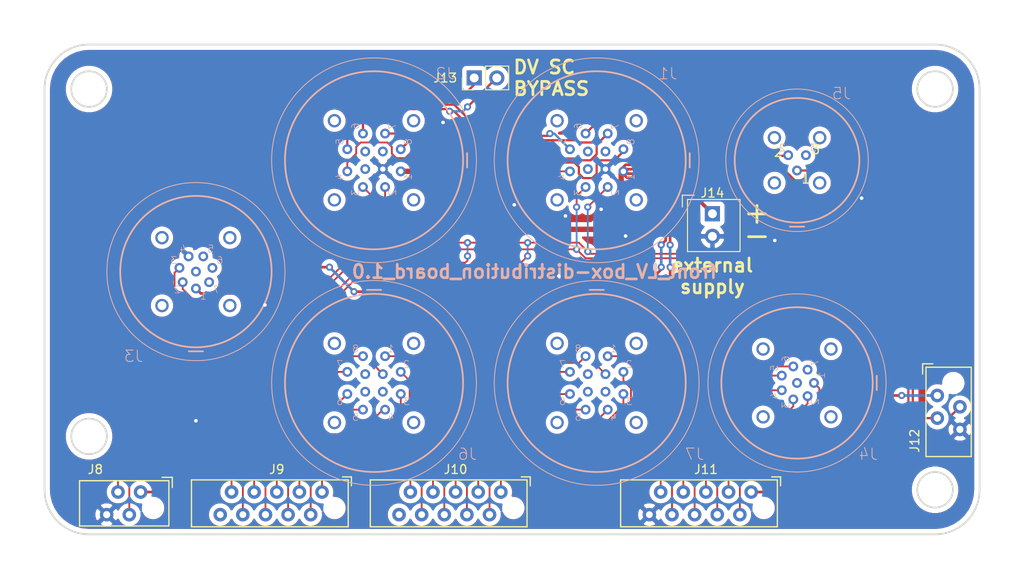
<source format=kicad_pcb>
(kicad_pcb (version 20171130) (host pcbnew "(5.1.4-0)")
  (layers (0 F.Cu signal) (31 B.Cu signal) (34 B.Paste user) (35 F.Paste user) (36 B.SilkS user) (37 F.SilkS user) (38 B.Mask user) (39 F.Mask user) (44 Edge.Cuts user))
  (net 0 "")
  (net 1 /control_systems_supply)
  (net 2 /CAN1_H)
  (net 3 /CAN1_L)
  (net 4 /RST_out)
  (net 5 /SC_RES_AS)
  (net 6 /SC_BOTS_TSMS)
  (net 7 /SC_TSMS_relays)
  (net 8 /SC_GND)
  (net 9 /control_systems_GND)
  (net 10 "Net-(J1-Pad10)")
  (net 11 "Net-(J1-Pad11)")
  (net 12 "Net-(J1-Pad12)")
  (net 13 /SC_AS_BSPD)
  (net 14 "Net-(J2-Pad10)")
  (net 15 "Net-(J2-Pad11)")
  (net 16 "Net-(J2-Pad12)")
  (net 17 "Net-(J3-Pad5)")
  (net 18 "Net-(J3-Pad6)")
  (net 19 "Net-(J3-Pad7)")
  (net 20 "Net-(J3-Pad8)")
  (net 21 /steering_angle_1_supply)
  (net 22 /steering_angle_1_signal)
  (net 23 /steering_angle_1_GND)
  (net 24 /steering_angle_2_supply)
  (net 25 /steering_angle_2_signal)
  (net 26 /steering_angle_2_GND)
  (net 27 "Net-(J4-Pad7)")
  (net 28 "Net-(J4-Pad8)")
  (net 29 /SC_BSPD_inertia_switch)
  (net 30 "Net-(J5-Pad3)")
  (net 31 /FR_temperature_sensor_supply)
  (net 32 /FR_temperature_sensor_GND)
  (net 33 /FR_I2C_data)
  (net 34 /FR_I2C_GND)
  (net 35 /FR_load_cell_supply)
  (net 36 /FR_load_cell_GND)
  (net 37 /FR_load_cell+)
  (net 38 /FR_load_cell-)
  (net 39 /FR_suspension_potentiometer)
  (net 40 /FR_extra_pin_1)
  (net 41 /FR_extra_pin_2)
  (net 42 /FR_extra_pin_3)
  (net 43 /FL_temperature_sensor_supply)
  (net 44 /FL_temperature_sensor_GND)
  (net 45 /FL_I2C_data)
  (net 46 /FL_I2C_GND)
  (net 47 /FL_load_cell_supply)
  (net 48 /FL_load_cell_GND)
  (net 49 /FL_load_cell+)
  (net 50 /FL_load_cell-)
  (net 51 /FL_suspension_potentiometer)
  (net 52 /FL_extra_pin_1)
  (net 53 /FL_extra_pin_2)
  (net 54 /FL_extra_pin_3)
  (net 55 "Net-(J9-Pad10)")
  (net 56 "Net-(J10-Pad10)")
  (module KTHFS:Wurth-WTB_2.54_male_vert_2 (layer F.Cu) (at 170 74)
    (fp_text reference J14 (at 0 -2.33) (layer F.SilkS))
    (fp_text value Conn_01x02_Male)
    (pad 1 thru_hole rect (at 0 0) (size 1.7 1.7) (drill 1) (layers *.Cu *.Mask) (net 1 /control_systems_supply))
    (pad 2 thru_hole oval (at 0 2.54) (size 1.7 1.7) (drill 1) (layers *.Cu *.Mask) (net 9 /control_systems_GND))
  )
  (module Connector_PinHeader_2.54mm:PinHeader_1x02_P2.54mm_Vertical (layer F.Cu) (at 143.25 58.75 90)
    (fp_text reference J13 (at 0 -3.25 180) (layer F.SilkS))
    (fp_text value Conn_01x02_Male)
    (pad 2 thru_hole oval (at 0 2.54 90) (size 1.7 1.7) (drill 1) (layers *.Cu *.Mask) (net 13 /SC_AS_BSPD))
    (pad 1 thru_hole rect (at 0 0 90) (size 1.7 1.7) (drill 1) (layers *.Cu *.Mask) (net 5 /SC_RES_AS))
  )
  (module KTHFS:HEN.2F.312 (layer B.Cu) (at 157 68 90)
    (fp_text reference J1 (at 9.73662 8 180) (layer B.SilkS) (effects (font (size 1.27 1.27) (thickness 0.1016)) (justify mirror)))
    (fp_text value Conn_01x12_Male hide)
    (fp_text user 1 (at -1.88214 3.84048 90) (layer B.SilkS) (effects (font (size 0.79756 0.79756) (thickness 0.0762)) (justify mirror)))
    (fp_text user 2 (at -3.64236 2.0828 90) (layer B.SilkS) (effects (font (size 0.79756 0.79756) (thickness 0.0762)) (justify mirror)))
    (fp_text user 3 (at -3.64236 -2.0828 90) (layer B.SilkS) (effects (font (size 0.79756 0.79756) (thickness 0.0762)) (justify mirror)))
    (fp_text user 4 (at -1.88214 -3.84048 90) (layer B.SilkS) (effects (font (size 0.79756 0.79756) (thickness 0.0762)) (justify mirror)))
    (fp_text user 5 (at 2.0828 -3.84048 90) (layer B.SilkS) (effects (font (size 0.79756 0.79756) (thickness 0.0762)) (justify mirror)))
    (fp_text user 6 (at 3.84048 -2.0828 90) (layer B.SilkS) (effects (font (size 0.79756 0.79756) (thickness 0.0762)) (justify mirror)))
    (fp_text user 7 (at 3.84048 2.0828 90) (layer B.SilkS) (effects (font (size 0.79756 0.79756) (thickness 0.0762)) (justify mirror)))
    (fp_text user 8 (at 2.0828 3.84048 90) (layer B.SilkS) (effects (font (size 0.79756 0.79756) (thickness 0.0762)) (justify mirror)))
    (pad 1 thru_hole circle (at -1.24206 3.00228 90) (size 1.09982 1.09982) (drill 0.59944) (layers *.Cu *.Paste *.Mask) (net 1 /control_systems_supply))
    (pad 2 thru_hole circle (at -3.00228 1.24206 90) (size 1.09982 1.09982) (drill 0.59944) (layers *.Cu *.Paste *.Mask) (net 2 /CAN1_H))
    (pad 3 thru_hole circle (at -3.00228 -1.24206 90) (size 1.09982 1.09982) (drill 0.59944) (layers *.Cu *.Paste *.Mask) (net 3 /CAN1_L))
    (pad 4 thru_hole circle (at -1.24206 -3.00228 90) (size 1.09982 1.09982) (drill 0.59944) (layers *.Cu *.Paste *.Mask) (net 4 /RST_out))
    (pad 5 thru_hole circle (at 1.24206 -3.00228 90) (size 1.09982 1.09982) (drill 0.59944) (layers *.Cu *.Paste *.Mask) (net 5 /SC_RES_AS))
    (pad 6 thru_hole circle (at 3.00228 -1.24206 90) (size 1.09982 1.09982) (drill 0.59944) (layers *.Cu *.Paste *.Mask) (net 6 /SC_BOTS_TSMS))
    (pad 7 thru_hole circle (at 3.00228 1.24206 90) (size 1.09982 1.09982) (drill 0.59944) (layers *.Cu *.Paste *.Mask) (net 7 /SC_TSMS_relays))
    (pad 8 thru_hole circle (at 1.24206 3.00228 90) (size 1.09982 1.09982) (drill 0.59944) (layers *.Cu *.Paste *.Mask) (net 8 /SC_GND))
    (pad 9 thru_hole circle (at -0.98806 0.98806 90) (size 1.09982 1.09982) (drill 0.59944) (layers *.Cu *.Paste *.Mask) (net 9 /control_systems_GND))
    (pad 10 thru_hole circle (at -0.98806 -0.98806 90) (size 1.09982 1.09982) (drill 0.59944) (layers *.Cu *.Paste *.Mask) (net 10 "Net-(J1-Pad10)"))
    (pad 11 thru_hole circle (at 0.98806 -0.98806 90) (size 1.09982 1.09982) (drill 0.59944) (layers *.Cu *.Paste *.Mask) (net 11 "Net-(J1-Pad11)"))
    (pad 12 thru_hole circle (at 0.98806 0.98806 90) (size 1.09982 1.09982) (drill 0.59944) (layers *.Cu *.Paste *.Mask) (net 12 "Net-(J1-Pad12)"))
    (pad 14 thru_hole circle (at -4.445 -4.445 90) (size 1.4986 1.4986) (drill 0.99822) (layers *.Cu *.Paste *.Mask))
    (pad 15 thru_hole circle (at 4.445 -4.445 90) (size 1.4986 1.4986) (drill 0.99822) (layers *.Cu *.Paste *.Mask))
    (pad 16 thru_hole circle (at 4.445 4.445 90) (size 1.4986 1.4986) (drill 0.99822) (layers *.Cu *.Paste *.Mask))
    (pad 17 thru_hole circle (at -4.445 4.445 90) (size 1.4986 1.4986) (drill 0.99822) (layers *.Cu *.Paste *.Mask))
  )
  (module KTHFS:Wurth-MM_female_4 (layer F.Cu) (at 195.25 94.41 90)
    (fp_text reference J12 (at -5.08 -2.54 90) (layer F.SilkS))
    (fp_text value Conn_01x04_Female)
    (pad "" np_thru_hole circle (at 1.4 1.8 90) (size 1.5 1.5) (drill 1.5) (layers *.Cu *.Mask))
    (pad 4 thru_hole circle (at -3.81 2.54 90) (size 1.524 1.524) (drill 0.8) (layers *.Cu *.Mask) (net 9 /control_systems_GND))
    (pad 3 thru_hole circle (at -2.54 0 90) (size 1.524 1.524) (drill 0.8) (layers *.Cu *.Mask) (net 29 /SC_BSPD_inertia_switch))
    (pad 2 thru_hole circle (at -1.27 2.54 90) (size 1.524 1.524) (drill 0.8) (layers *.Cu *.Mask) (net 13 /SC_AS_BSPD))
    (pad 1 thru_hole circle (at 0 0 90) (size 1.524 1.524) (drill 0.8) (layers *.Cu *.Mask) (net 1 /control_systems_supply))
  )
  (module KTHFS:Wurth-MM_female_10 (layer F.Cu) (at 174.35 105.25)
    (fp_text reference J11 (at -5.08 -2.54) (layer F.SilkS))
    (fp_text value Conn_01x10_Female)
    (pad 1 thru_hole circle (at 0 0) (size 1.524 1.524) (drill 0.8) (layers *.Cu *.Mask) (net 1 /control_systems_supply))
    (pad 2 thru_hole circle (at -1.27 2.54) (size 1.524 1.524) (drill 0.8) (layers *.Cu *.Mask) (net 2 /CAN1_H))
    (pad 3 thru_hole circle (at -2.54 0) (size 1.524 1.524) (drill 0.8) (layers *.Cu *.Mask) (net 3 /CAN1_L))
    (pad 4 thru_hole circle (at -3.81 2.54) (size 1.524 1.524) (drill 0.8) (layers *.Cu *.Mask) (net 21 /steering_angle_1_supply))
    (pad 5 thru_hole circle (at -5.08 0) (size 1.524 1.524) (drill 0.8) (layers *.Cu *.Mask) (net 22 /steering_angle_1_signal))
    (pad 6 thru_hole circle (at -6.35 2.54) (size 1.524 1.524) (drill 0.8) (layers *.Cu *.Mask) (net 23 /steering_angle_1_GND))
    (pad "" np_thru_hole circle (at 1.4 1.8) (size 1.5 1.5) (drill 1.5) (layers *.Cu *.Mask))
    (pad 7 thru_hole circle (at -7.62 0) (size 1.524 1.524) (drill 0.762) (layers *.Cu *.Mask) (net 24 /steering_angle_2_supply))
    (pad 8 thru_hole circle (at -8.89 2.54) (size 1.524 1.524) (drill 0.762) (layers *.Cu *.Mask) (net 25 /steering_angle_2_signal))
    (pad 9 thru_hole circle (at -10.16 0) (size 1.524 1.524) (drill 0.762) (layers *.Cu *.Mask) (net 26 /steering_angle_2_GND))
    (pad 10 thru_hole circle (at -11.43 2.54) (size 1.524 1.524) (drill 0.762) (layers *.Cu *.Mask) (net 9 /control_systems_GND))
  )
  (module KTHFS:Wurth-MM_female_10 (layer F.Cu) (at 146.24 105.25)
    (fp_text reference J10 (at -5.08 -2.54) (layer F.SilkS))
    (fp_text value Conn_01x10_Female)
    (pad 1 thru_hole circle (at 0 0) (size 1.524 1.524) (drill 0.8) (layers *.Cu *.Mask) (net 43 /FL_temperature_sensor_supply))
    (pad 2 thru_hole circle (at -1.27 2.54) (size 1.524 1.524) (drill 0.8) (layers *.Cu *.Mask) (net 44 /FL_temperature_sensor_GND))
    (pad 3 thru_hole circle (at -2.54 0) (size 1.524 1.524) (drill 0.8) (layers *.Cu *.Mask) (net 45 /FL_I2C_data))
    (pad 4 thru_hole circle (at -3.81 2.54) (size 1.524 1.524) (drill 0.8) (layers *.Cu *.Mask) (net 46 /FL_I2C_GND))
    (pad 5 thru_hole circle (at -5.08 0) (size 1.524 1.524) (drill 0.8) (layers *.Cu *.Mask) (net 47 /FL_load_cell_supply))
    (pad 6 thru_hole circle (at -6.35 2.54) (size 1.524 1.524) (drill 0.8) (layers *.Cu *.Mask) (net 48 /FL_load_cell_GND))
    (pad "" np_thru_hole circle (at 1.4 1.8) (size 1.5 1.5) (drill 1.5) (layers *.Cu *.Mask))
    (pad 7 thru_hole circle (at -7.62 0) (size 1.524 1.524) (drill 0.762) (layers *.Cu *.Mask) (net 49 /FL_load_cell+))
    (pad 8 thru_hole circle (at -8.89 2.54) (size 1.524 1.524) (drill 0.762) (layers *.Cu *.Mask) (net 50 /FL_load_cell-))
    (pad 9 thru_hole circle (at -10.16 0) (size 1.524 1.524) (drill 0.762) (layers *.Cu *.Mask) (net 51 /FL_suspension_potentiometer))
    (pad 10 thru_hole circle (at -11.43 2.54) (size 1.524 1.524) (drill 0.762) (layers *.Cu *.Mask) (net 56 "Net-(J10-Pad10)"))
  )
  (module KTHFS:Wurth-MM_female_10 (layer F.Cu) (at 126.16 105.25)
    (fp_text reference J9 (at -5.08 -2.54) (layer F.SilkS))
    (fp_text value Conn_01x10_Female)
    (pad 1 thru_hole circle (at 0 0) (size 1.524 1.524) (drill 0.8) (layers *.Cu *.Mask) (net 31 /FR_temperature_sensor_supply))
    (pad 2 thru_hole circle (at -1.27 2.54) (size 1.524 1.524) (drill 0.8) (layers *.Cu *.Mask) (net 32 /FR_temperature_sensor_GND))
    (pad 3 thru_hole circle (at -2.54 0) (size 1.524 1.524) (drill 0.8) (layers *.Cu *.Mask) (net 33 /FR_I2C_data))
    (pad 4 thru_hole circle (at -3.81 2.54) (size 1.524 1.524) (drill 0.8) (layers *.Cu *.Mask) (net 34 /FR_I2C_GND))
    (pad 5 thru_hole circle (at -5.08 0) (size 1.524 1.524) (drill 0.8) (layers *.Cu *.Mask) (net 35 /FR_load_cell_supply))
    (pad 6 thru_hole circle (at -6.35 2.54) (size 1.524 1.524) (drill 0.8) (layers *.Cu *.Mask) (net 36 /FR_load_cell_GND))
    (pad "" np_thru_hole circle (at 1.4 1.8) (size 1.5 1.5) (drill 1.5) (layers *.Cu *.Mask))
    (pad 7 thru_hole circle (at -7.62 0) (size 1.524 1.524) (drill 0.762) (layers *.Cu *.Mask) (net 37 /FR_load_cell+))
    (pad 8 thru_hole circle (at -8.89 2.54) (size 1.524 1.524) (drill 0.762) (layers *.Cu *.Mask) (net 38 /FR_load_cell-))
    (pad 9 thru_hole circle (at -10.16 0) (size 1.524 1.524) (drill 0.762) (layers *.Cu *.Mask) (net 39 /FR_suspension_potentiometer))
    (pad 10 thru_hole circle (at -11.43 2.54) (size 1.524 1.524) (drill 0.762) (layers *.Cu *.Mask) (net 55 "Net-(J9-Pad10)"))
  )
  (module KTHFS:Wurth-MM_female_4 (layer F.Cu) (at 105.79 105.25)
    (fp_text reference J8 (at -5.08 -2.54) (layer F.SilkS))
    (fp_text value Conn_01x04_Female)
    (pad 1 thru_hole circle (at 0 0) (size 1.524 1.524) (drill 0.8) (layers *.Cu *.Mask) (net 1 /control_systems_supply))
    (pad 2 thru_hole circle (at -1.27 2.54) (size 1.524 1.524) (drill 0.8) (layers *.Cu *.Mask) (net 2 /CAN1_H))
    (pad 3 thru_hole circle (at -2.54 0) (size 1.524 1.524) (drill 0.8) (layers *.Cu *.Mask) (net 3 /CAN1_L))
    (pad 4 thru_hole circle (at -3.81 2.54) (size 1.524 1.524) (drill 0.8) (layers *.Cu *.Mask) (net 9 /control_systems_GND))
    (pad "" np_thru_hole circle (at 1.4 1.8) (size 1.5 1.5) (drill 1.5) (layers *.Cu *.Mask))
  )
  (module KTHFS:HEN.2F.312 (layer B.Cu) (at 157 93 180)
    (fp_text reference J7 (at -11 -8) (layer B.SilkS) (effects (font (size 1.27 1.27) (thickness 0.1016)) (justify mirror)))
    (fp_text value Conn_01x12_Female hide)
    (fp_text user 1 (at -1.88214 3.84048) (layer B.SilkS) (effects (font (size 0.79756 0.79756) (thickness 0.0762)) (justify mirror)))
    (fp_text user 2 (at -3.64236 2.0828) (layer B.SilkS) (effects (font (size 0.79756 0.79756) (thickness 0.0762)) (justify mirror)))
    (fp_text user 3 (at -3.64236 -2.0828) (layer B.SilkS) (effects (font (size 0.79756 0.79756) (thickness 0.0762)) (justify mirror)))
    (fp_text user 4 (at -1.88214 -3.84048) (layer B.SilkS) (effects (font (size 0.79756 0.79756) (thickness 0.0762)) (justify mirror)))
    (fp_text user 5 (at 2.0828 -3.84048) (layer B.SilkS) (effects (font (size 0.79756 0.79756) (thickness 0.0762)) (justify mirror)))
    (fp_text user 6 (at 3.84048 -2.0828) (layer B.SilkS) (effects (font (size 0.79756 0.79756) (thickness 0.0762)) (justify mirror)))
    (fp_text user 7 (at 3.84048 2.0828) (layer B.SilkS) (effects (font (size 0.79756 0.79756) (thickness 0.0762)) (justify mirror)))
    (fp_text user 8 (at 2.0828 3.84048) (layer B.SilkS) (effects (font (size 0.79756 0.79756) (thickness 0.0762)) (justify mirror)))
    (pad 1 thru_hole circle (at -1.24206 3.00228 180) (size 1.09982 1.09982) (drill 0.59944) (layers *.Cu *.Paste *.Mask) (net 43 /FL_temperature_sensor_supply))
    (pad 2 thru_hole circle (at -3.00228 1.24206 180) (size 1.09982 1.09982) (drill 0.59944) (layers *.Cu *.Paste *.Mask) (net 44 /FL_temperature_sensor_GND))
    (pad 3 thru_hole circle (at -3.00228 -1.24206 180) (size 1.09982 1.09982) (drill 0.59944) (layers *.Cu *.Paste *.Mask) (net 45 /FL_I2C_data))
    (pad 4 thru_hole circle (at -1.24206 -3.00228 180) (size 1.09982 1.09982) (drill 0.59944) (layers *.Cu *.Paste *.Mask) (net 46 /FL_I2C_GND))
    (pad 5 thru_hole circle (at 1.24206 -3.00228 180) (size 1.09982 1.09982) (drill 0.59944) (layers *.Cu *.Paste *.Mask) (net 47 /FL_load_cell_supply))
    (pad 6 thru_hole circle (at 3.00228 -1.24206 180) (size 1.09982 1.09982) (drill 0.59944) (layers *.Cu *.Paste *.Mask) (net 48 /FL_load_cell_GND))
    (pad 7 thru_hole circle (at 3.00228 1.24206 180) (size 1.09982 1.09982) (drill 0.59944) (layers *.Cu *.Paste *.Mask) (net 49 /FL_load_cell+))
    (pad 8 thru_hole circle (at 1.24206 3.00228 180) (size 1.09982 1.09982) (drill 0.59944) (layers *.Cu *.Paste *.Mask) (net 50 /FL_load_cell-))
    (pad 9 thru_hole circle (at -0.98806 0.98806 180) (size 1.09982 1.09982) (drill 0.59944) (layers *.Cu *.Paste *.Mask) (net 51 /FL_suspension_potentiometer))
    (pad 10 thru_hole circle (at -0.98806 -0.98806 180) (size 1.09982 1.09982) (drill 0.59944) (layers *.Cu *.Paste *.Mask) (net 52 /FL_extra_pin_1))
    (pad 11 thru_hole circle (at 0.98806 -0.98806 180) (size 1.09982 1.09982) (drill 0.59944) (layers *.Cu *.Paste *.Mask) (net 53 /FL_extra_pin_2))
    (pad 12 thru_hole circle (at 0.98806 0.98806 180) (size 1.09982 1.09982) (drill 0.59944) (layers *.Cu *.Paste *.Mask) (net 54 /FL_extra_pin_3))
    (pad 14 thru_hole circle (at -4.445 -4.445 180) (size 1.4986 1.4986) (drill 0.99822) (layers *.Cu *.Paste *.Mask))
    (pad 15 thru_hole circle (at 4.445 -4.445 180) (size 1.4986 1.4986) (drill 0.99822) (layers *.Cu *.Paste *.Mask))
    (pad 16 thru_hole circle (at 4.445 4.445 180) (size 1.4986 1.4986) (drill 0.99822) (layers *.Cu *.Paste *.Mask))
    (pad 17 thru_hole circle (at -4.445 4.445 180) (size 1.4986 1.4986) (drill 0.99822) (layers *.Cu *.Paste *.Mask))
  )
  (module KTHFS:HEN.2F.312 (layer B.Cu) (at 132 93 180)
    (fp_text reference J6 (at -10.5 -8) (layer B.SilkS) (effects (font (size 1.27 1.27) (thickness 0.1016)) (justify mirror)))
    (fp_text value Conn_01x12_Female hide)
    (fp_text user 1 (at -1.88214 3.84048) (layer B.SilkS) (effects (font (size 0.79756 0.79756) (thickness 0.0762)) (justify mirror)))
    (fp_text user 2 (at -3.64236 2.0828) (layer B.SilkS) (effects (font (size 0.79756 0.79756) (thickness 0.0762)) (justify mirror)))
    (fp_text user 3 (at -3.64236 -2.0828) (layer B.SilkS) (effects (font (size 0.79756 0.79756) (thickness 0.0762)) (justify mirror)))
    (fp_text user 4 (at -1.88214 -3.84048) (layer B.SilkS) (effects (font (size 0.79756 0.79756) (thickness 0.0762)) (justify mirror)))
    (fp_text user 5 (at 2.0828 -3.84048) (layer B.SilkS) (effects (font (size 0.79756 0.79756) (thickness 0.0762)) (justify mirror)))
    (fp_text user 6 (at 3.84048 -2.0828) (layer B.SilkS) (effects (font (size 0.79756 0.79756) (thickness 0.0762)) (justify mirror)))
    (fp_text user 7 (at 3.84048 2.0828) (layer B.SilkS) (effects (font (size 0.79756 0.79756) (thickness 0.0762)) (justify mirror)))
    (fp_text user 8 (at 2.0828 3.84048) (layer B.SilkS) (effects (font (size 0.79756 0.79756) (thickness 0.0762)) (justify mirror)))
    (pad 1 thru_hole circle (at -1.24206 3.00228 180) (size 1.09982 1.09982) (drill 0.59944) (layers *.Cu *.Paste *.Mask) (net 31 /FR_temperature_sensor_supply))
    (pad 2 thru_hole circle (at -3.00228 1.24206 180) (size 1.09982 1.09982) (drill 0.59944) (layers *.Cu *.Paste *.Mask) (net 32 /FR_temperature_sensor_GND))
    (pad 3 thru_hole circle (at -3.00228 -1.24206 180) (size 1.09982 1.09982) (drill 0.59944) (layers *.Cu *.Paste *.Mask) (net 33 /FR_I2C_data))
    (pad 4 thru_hole circle (at -1.24206 -3.00228 180) (size 1.09982 1.09982) (drill 0.59944) (layers *.Cu *.Paste *.Mask) (net 34 /FR_I2C_GND))
    (pad 5 thru_hole circle (at 1.24206 -3.00228 180) (size 1.09982 1.09982) (drill 0.59944) (layers *.Cu *.Paste *.Mask) (net 35 /FR_load_cell_supply))
    (pad 6 thru_hole circle (at 3.00228 -1.24206 180) (size 1.09982 1.09982) (drill 0.59944) (layers *.Cu *.Paste *.Mask) (net 36 /FR_load_cell_GND))
    (pad 7 thru_hole circle (at 3.00228 1.24206 180) (size 1.09982 1.09982) (drill 0.59944) (layers *.Cu *.Paste *.Mask) (net 37 /FR_load_cell+))
    (pad 8 thru_hole circle (at 1.24206 3.00228 180) (size 1.09982 1.09982) (drill 0.59944) (layers *.Cu *.Paste *.Mask) (net 38 /FR_load_cell-))
    (pad 9 thru_hole circle (at -0.98806 0.98806 180) (size 1.09982 1.09982) (drill 0.59944) (layers *.Cu *.Paste *.Mask) (net 39 /FR_suspension_potentiometer))
    (pad 10 thru_hole circle (at -0.98806 -0.98806 180) (size 1.09982 1.09982) (drill 0.59944) (layers *.Cu *.Paste *.Mask) (net 40 /FR_extra_pin_1))
    (pad 11 thru_hole circle (at 0.98806 -0.98806 180) (size 1.09982 1.09982) (drill 0.59944) (layers *.Cu *.Paste *.Mask) (net 41 /FR_extra_pin_2))
    (pad 12 thru_hole circle (at 0.98806 0.98806 180) (size 1.09982 1.09982) (drill 0.59944) (layers *.Cu *.Paste *.Mask) (net 42 /FR_extra_pin_3))
    (pad 14 thru_hole circle (at -4.445 -4.445 180) (size 1.4986 1.4986) (drill 0.99822) (layers *.Cu *.Paste *.Mask))
    (pad 15 thru_hole circle (at 4.445 -4.445 180) (size 1.4986 1.4986) (drill 0.99822) (layers *.Cu *.Paste *.Mask))
    (pad 16 thru_hole circle (at 4.445 4.445 180) (size 1.4986 1.4986) (drill 0.99822) (layers *.Cu *.Paste *.Mask))
    (pad 17 thru_hole circle (at -4.445 4.445 180) (size 1.4986 1.4986) (drill 0.99822) (layers *.Cu *.Paste *.Mask))
  )
  (module KTHFS:HEN.0F.303 (layer B.Cu) (at 179.5 68)
    (fp_text reference J5 (at 5 -7.5) (layer B.SilkS) (effects (font (size 1.27 1.27) (thickness 0.1016)) (justify mirror)))
    (fp_text value Conn_01x03_Female hide)
    (fp_text user 3 (at 2.1 -1.2) (layer F.SilkS))
    (fp_text user 2 (at -2.1 -0.9) (layer F.SilkS))
    (fp_text user 1 (at 1 2.1) (layer F.SilkS))
    (fp_text user 1 (at 0.8382 1.98882) (layer B.SilkS) (effects (font (size 0.79756 0.79756) (thickness 0.0762)) (justify mirror)))
    (fp_text user 2 (at -1.63576 -1.41478) (layer B.SilkS) (effects (font (size 0.79756 0.79756) (thickness 0.0762)) (justify mirror)))
    (fp_text user 3 (at 1.83388 -1.41478) (layer B.SilkS) (effects (font (size 0.79756 0.79756) (thickness 0.0762)) (justify mirror)))
    (pad 1 thru_hole circle (at 0 1.14808) (size 1.09982 1.09982) (drill 0.59944) (layers *.Cu *.Paste *.Mask) (net 29 /SC_BSPD_inertia_switch))
    (pad 2 thru_hole circle (at -0.99568 -0.57404) (size 1.09982 1.09982) (drill 0.59944) (layers *.Cu *.Paste *.Mask) (net 6 /SC_BOTS_TSMS))
    (pad 3 thru_hole circle (at 0.99568 -0.57404) (size 1.09982 1.09982) (drill 0.59944) (layers *.Cu *.Paste *.Mask) (net 30 "Net-(J5-Pad3)"))
    (pad 5 thru_hole circle (at -2.54 -2.54) (size 1.4986 1.4986) (drill 0.99822) (layers *.Cu *.Paste *.Mask))
    (pad 6 thru_hole circle (at 2.54 -2.54) (size 1.4986 1.4986) (drill 0.99822) (layers *.Cu *.Paste *.Mask))
    (pad 7 thru_hole circle (at 2.54 2.54) (size 1.4986 1.4986) (drill 0.99822) (layers *.Cu *.Paste *.Mask))
    (pad 8 thru_hole circle (at -2.54 2.54) (size 1.4986 1.4986) (drill 0.99822) (layers *.Cu *.Paste *.Mask))
  )
  (module KTHFS:HEN.1F.308 (layer B.Cu) (at 179.5 93 90)
    (fp_text reference J4 (at -8 8 180) (layer B.SilkS) (effects (font (size 1.27 1.27) (thickness 0.1016)) (justify mirror)))
    (fp_text value Conn_01x08_Female hide)
    (fp_text user 1 (at 0.8382 2.73812 90) (layer B.SilkS) (effects (font (size 0.79756 0.79756) (thickness 0.0762)) (justify mirror)))
    (fp_text user 2 (at -2.12344 2.02438 90) (layer B.SilkS) (effects (font (size 0.79756 0.79756) (thickness 0.0762)) (justify mirror)))
    (fp_text user 3 (at -2.49174 -1.26238 90) (layer B.SilkS) (effects (font (size 0.79756 0.79756) (thickness 0.0762)) (justify mirror)))
    (fp_text user 4 (at -1.46304 -2.55016 90) (layer B.SilkS) (effects (font (size 0.79756 0.79756) (thickness 0.0762)) (justify mirror)))
    (fp_text user 5 (at 1.6637 -2.55016 90) (layer B.SilkS) (effects (font (size 0.79756 0.79756) (thickness 0.0762)) (justify mirror)))
    (fp_text user 6 (at 2.68986 -1.26238 90) (layer B.SilkS) (effects (font (size 0.79756 0.79756) (thickness 0.0762)) (justify mirror)))
    (fp_text user 7 (at 2.3241 2.02438 90) (layer B.SilkS) (effects (font (size 0.79756 0.79756) (thickness 0.0762)) (justify mirror)))
    (pad 1 thru_hole circle (at 0 1.89992 90) (size 1.09982 1.09982) (drill 0.59944) (layers *.Cu *.Paste *.Mask) (net 21 /steering_angle_1_supply))
    (pad 2 thru_hole circle (at -1.48336 1.18364 90) (size 1.09982 1.09982) (drill 0.59944) (layers *.Cu *.Paste *.Mask) (net 22 /steering_angle_1_signal))
    (pad 3 thru_hole circle (at -1.85166 -0.42164 90) (size 1.09982 1.09982) (drill 0.59944) (layers *.Cu *.Paste *.Mask) (net 23 /steering_angle_1_GND))
    (pad 4 thru_hole circle (at -0.82296 -1.71196 90) (size 1.09982 1.09982) (drill 0.59944) (layers *.Cu *.Paste *.Mask) (net 24 /steering_angle_2_supply))
    (pad 5 thru_hole circle (at 0.82296 -1.71196 90) (size 1.09982 1.09982) (drill 0.59944) (layers *.Cu *.Paste *.Mask) (net 25 /steering_angle_2_signal))
    (pad 6 thru_hole circle (at 1.85166 -0.42164 90) (size 1.09982 1.09982) (drill 0.59944) (layers *.Cu *.Paste *.Mask) (net 26 /steering_angle_2_GND))
    (pad 7 thru_hole circle (at 1.48336 1.18364 90) (size 1.09982 1.09982) (drill 0.59944) (layers *.Cu *.Paste *.Mask) (net 27 "Net-(J4-Pad7)"))
    (pad 8 thru_hole circle (at 0 0 90) (size 1.09982 1.09982) (drill 0.59944) (layers *.Cu *.Paste *.Mask) (net 28 "Net-(J4-Pad8)"))
    (pad 10 thru_hole circle (at -3.81 -3.81 90) (size 1.4986 1.4986) (drill 0.99822) (layers *.Cu *.Paste *.Mask))
    (pad 11 thru_hole circle (at 3.81 -3.81 90) (size 1.4986 1.4986) (drill 0.99822) (layers *.Cu *.Paste *.Mask))
    (pad 12 thru_hole circle (at 3.81 3.81 90) (size 1.4986 1.4986) (drill 0.99822) (layers *.Cu *.Paste *.Mask))
    (pad 13 thru_hole circle (at -3.81 3.81 90) (size 1.4986 1.4986) (drill 0.99822) (layers *.Cu *.Paste *.Mask))
  )
  (module KTHFS:HEN.1F.308 (layer B.Cu) (at 112 80.5)
    (fp_text reference J3 (at -7 9.5) (layer B.SilkS) (effects (font (size 1.27 1.27) (thickness 0.1016)) (justify mirror)))
    (fp_text value Conn_01x08_Female hide)
    (fp_text user 1 (at 0.8382 2.73812) (layer B.SilkS) (effects (font (size 0.79756 0.79756) (thickness 0.0762)) (justify mirror)))
    (fp_text user 2 (at -2.12344 2.02438) (layer B.SilkS) (effects (font (size 0.79756 0.79756) (thickness 0.0762)) (justify mirror)))
    (fp_text user 3 (at -2.49174 -1.26238) (layer B.SilkS) (effects (font (size 0.79756 0.79756) (thickness 0.0762)) (justify mirror)))
    (fp_text user 4 (at -1.46304 -2.55016) (layer B.SilkS) (effects (font (size 0.79756 0.79756) (thickness 0.0762)) (justify mirror)))
    (fp_text user 5 (at 1.6637 -2.55016) (layer B.SilkS) (effects (font (size 0.79756 0.79756) (thickness 0.0762)) (justify mirror)))
    (fp_text user 6 (at 2.68986 -1.26238) (layer B.SilkS) (effects (font (size 0.79756 0.79756) (thickness 0.0762)) (justify mirror)))
    (fp_text user 7 (at 2.3241 2.02438) (layer B.SilkS) (effects (font (size 0.79756 0.79756) (thickness 0.0762)) (justify mirror)))
    (pad 1 thru_hole circle (at 0 1.89992) (size 1.09982 1.09982) (drill 0.59944) (layers *.Cu *.Paste *.Mask) (net 1 /control_systems_supply))
    (pad 2 thru_hole circle (at -1.48336 1.18364) (size 1.09982 1.09982) (drill 0.59944) (layers *.Cu *.Paste *.Mask) (net 2 /CAN1_H))
    (pad 3 thru_hole circle (at -1.85166 -0.42164) (size 1.09982 1.09982) (drill 0.59944) (layers *.Cu *.Paste *.Mask) (net 3 /CAN1_L))
    (pad 4 thru_hole circle (at -0.82296 -1.71196) (size 1.09982 1.09982) (drill 0.59944) (layers *.Cu *.Paste *.Mask) (net 9 /control_systems_GND))
    (pad 5 thru_hole circle (at 0.82296 -1.71196) (size 1.09982 1.09982) (drill 0.59944) (layers *.Cu *.Paste *.Mask) (net 17 "Net-(J3-Pad5)"))
    (pad 6 thru_hole circle (at 1.85166 -0.42164) (size 1.09982 1.09982) (drill 0.59944) (layers *.Cu *.Paste *.Mask) (net 18 "Net-(J3-Pad6)"))
    (pad 7 thru_hole circle (at 1.48336 1.18364) (size 1.09982 1.09982) (drill 0.59944) (layers *.Cu *.Paste *.Mask) (net 19 "Net-(J3-Pad7)"))
    (pad 8 thru_hole circle (at 0 0) (size 1.09982 1.09982) (drill 0.59944) (layers *.Cu *.Paste *.Mask) (net 20 "Net-(J3-Pad8)"))
    (pad 10 thru_hole circle (at -3.81 -3.81) (size 1.4986 1.4986) (drill 0.99822) (layers *.Cu *.Paste *.Mask))
    (pad 11 thru_hole circle (at 3.81 -3.81) (size 1.4986 1.4986) (drill 0.99822) (layers *.Cu *.Paste *.Mask))
    (pad 12 thru_hole circle (at 3.81 3.81) (size 1.4986 1.4986) (drill 0.99822) (layers *.Cu *.Paste *.Mask))
    (pad 13 thru_hole circle (at -3.81 3.81) (size 1.4986 1.4986) (drill 0.99822) (layers *.Cu *.Paste *.Mask))
  )
  (module KTHFS:HEN.2F.312 (layer B.Cu) (at 132 68 90)
    (fp_text reference J2 (at 9.73662 8 180) (layer B.SilkS) (effects (font (size 1.27 1.27) (thickness 0.1016)) (justify mirror)))
    (fp_text value Conn_01x12_Female hide)
    (fp_text user 1 (at -1.88214 3.84048 90) (layer B.SilkS) (effects (font (size 0.79756 0.79756) (thickness 0.0762)) (justify mirror)))
    (fp_text user 2 (at -3.64236 2.0828 90) (layer B.SilkS) (effects (font (size 0.79756 0.79756) (thickness 0.0762)) (justify mirror)))
    (fp_text user 3 (at -3.64236 -2.0828 90) (layer B.SilkS) (effects (font (size 0.79756 0.79756) (thickness 0.0762)) (justify mirror)))
    (fp_text user 4 (at -1.88214 -3.84048 90) (layer B.SilkS) (effects (font (size 0.79756 0.79756) (thickness 0.0762)) (justify mirror)))
    (fp_text user 5 (at 2.0828 -3.84048 90) (layer B.SilkS) (effects (font (size 0.79756 0.79756) (thickness 0.0762)) (justify mirror)))
    (fp_text user 6 (at 3.84048 -2.0828 90) (layer B.SilkS) (effects (font (size 0.79756 0.79756) (thickness 0.0762)) (justify mirror)))
    (fp_text user 7 (at 3.84048 2.0828 90) (layer B.SilkS) (effects (font (size 0.79756 0.79756) (thickness 0.0762)) (justify mirror)))
    (fp_text user 8 (at 2.0828 3.84048 90) (layer B.SilkS) (effects (font (size 0.79756 0.79756) (thickness 0.0762)) (justify mirror)))
    (pad 1 thru_hole circle (at -1.24206 3.00228 90) (size 1.09982 1.09982) (drill 0.59944) (layers *.Cu *.Paste *.Mask) (net 1 /control_systems_supply))
    (pad 2 thru_hole circle (at -3.00228 1.24206 90) (size 1.09982 1.09982) (drill 0.59944) (layers *.Cu *.Paste *.Mask) (net 2 /CAN1_H))
    (pad 3 thru_hole circle (at -3.00228 -1.24206 90) (size 1.09982 1.09982) (drill 0.59944) (layers *.Cu *.Paste *.Mask) (net 3 /CAN1_L))
    (pad 4 thru_hole circle (at -1.24206 -3.00228 90) (size 1.09982 1.09982) (drill 0.59944) (layers *.Cu *.Paste *.Mask) (net 4 /RST_out))
    (pad 5 thru_hole circle (at 1.24206 -3.00228 90) (size 1.09982 1.09982) (drill 0.59944) (layers *.Cu *.Paste *.Mask) (net 5 /SC_RES_AS))
    (pad 6 thru_hole circle (at 3.00228 -1.24206 90) (size 1.09982 1.09982) (drill 0.59944) (layers *.Cu *.Paste *.Mask) (net 13 /SC_AS_BSPD))
    (pad 7 thru_hole circle (at 3.00228 1.24206 90) (size 1.09982 1.09982) (drill 0.59944) (layers *.Cu *.Paste *.Mask) (net 7 /SC_TSMS_relays))
    (pad 8 thru_hole circle (at 1.24206 3.00228 90) (size 1.09982 1.09982) (drill 0.59944) (layers *.Cu *.Paste *.Mask) (net 8 /SC_GND))
    (pad 9 thru_hole circle (at -0.98806 0.98806 90) (size 1.09982 1.09982) (drill 0.59944) (layers *.Cu *.Paste *.Mask) (net 9 /control_systems_GND))
    (pad 10 thru_hole circle (at -0.98806 -0.98806 90) (size 1.09982 1.09982) (drill 0.59944) (layers *.Cu *.Paste *.Mask) (net 14 "Net-(J2-Pad10)"))
    (pad 11 thru_hole circle (at 0.98806 -0.98806 90) (size 1.09982 1.09982) (drill 0.59944) (layers *.Cu *.Paste *.Mask) (net 15 "Net-(J2-Pad11)"))
    (pad 12 thru_hole circle (at 0.98806 0.98806 90) (size 1.09982 1.09982) (drill 0.59944) (layers *.Cu *.Paste *.Mask) (net 16 "Net-(J2-Pad12)"))
    (pad 14 thru_hole circle (at -4.445 -4.445 90) (size 1.4986 1.4986) (drill 0.99822) (layers *.Cu *.Paste *.Mask))
    (pad 15 thru_hole circle (at 4.445 -4.445 90) (size 1.4986 1.4986) (drill 0.99822) (layers *.Cu *.Paste *.Mask))
    (pad 16 thru_hole circle (at 4.445 4.445 90) (size 1.4986 1.4986) (drill 0.99822) (layers *.Cu *.Paste *.Mask))
    (pad 17 thru_hole circle (at -4.445 4.445 90) (size 1.4986 1.4986) (drill 0.99822) (layers *.Cu *.Paste *.Mask))
  )
  (gr_text front_LV_box-distribution_board_1.0 (at 150 80.5) (layer B.SilkS) (effects (font (size 1.5 1.5) (thickness 0.3)) (justify mirror)))
  (gr_text "external\nsupply\n" (at 170 81) (layer F.SilkS) (effects (font (size 1.5 1.5) (thickness 0.3))))
  (gr_text - (at 175 76.39) (layer F.SilkS) (effects (font (size 2.5 2.5) (thickness 0.3))))
  (gr_text + (at 175 73.835) (layer F.SilkS) (effects (font (size 2.5 2.5) (thickness 0.3))))
  (gr_text "DV SC\nBYPASS" (at 147.5 58.75) (layer F.SilkS) (effects (font (size 1.5 1.5) (thickness 0.3)) (justify left)))
  (gr_circle (center 100.000001 99) (end 98.000001 99) (layer Edge.Cuts) (width 0.2))
  (gr_circle (center 100.000001 60) (end 98.000001 60) (layer Edge.Cuts) (width 0.2))
  (gr_circle (center 195 60) (end 193 60) (layer Edge.Cuts) (width 0.2))
  (gr_line (start 200 60) (end 200 105) (layer Edge.Cuts) (width 0.2))
  (gr_arc (start 195 60) (end 200 60) (angle -90) (layer Edge.Cuts) (width 0.2))
  (gr_line (start 100.000001 55) (end 195 55) (layer Edge.Cuts) (width 0.2))
  (gr_arc (start 100.000001 60) (end 100.000001 55) (angle -90) (layer Edge.Cuts) (width 0.2))
  (gr_line (start 95.000001 105) (end 95.000001 60) (layer Edge.Cuts) (width 0.2))
  (gr_circle (center 195 105) (end 193 105) (layer Edge.Cuts) (width 0.2))
  (gr_arc (start 195 105) (end 195 110) (angle -90) (layer Edge.Cuts) (width 0.2))
  (gr_arc (start 100.000001 105) (end 95.000001 105) (angle -90) (layer Edge.Cuts) (width 0.2))
  (gr_line (start 195 110) (end 100.000001 110) (layer Edge.Cuts) (width 0.2))
  (segment (start 135.77997 69.24206) (end 135.00228 69.24206) (width 0.6) (layer F.Cu) (net 1))
  (segment (start 139.74206 69.24206) (end 135.77997 69.24206) (width 0.6) (layer F.Cu) (net 1))
  (segment (start 146.25 75.75) (end 139.74206 69.24206) (width 0.6) (layer F.Cu) (net 1))
  (segment (start 156.75 75.75) (end 146.25 75.75) (width 0.6) (layer F.Cu) (net 1))
  (segment (start 159.75 72.75) (end 156.75 75.75) (width 0.6) (layer F.Cu) (net 1))
  (segment (start 159.75 69.49434) (end 159.75 72.75) (width 0.6) (layer F.Cu) (net 1))
  (segment (start 160.00228 69.24206) (end 159.75 69.49434) (width 0.6) (layer F.Cu) (net 1))
  (via (at 191.249984 94.41) (size 0.8) (drill 0.4) (layers F.Cu B.Cu) (net 1))
  (segment (start 191.409984 94.41) (end 191.249984 94.25) (width 0.3) (layer B.Cu) (net 1))
  (segment (start 191.249984 94.41) (end 195.25 94.41) (width 0.3) (layer B.Cu) (net 1))
  (via (at 165.25 77.5) (size 0.8) (drill 0.4) (layers F.Cu B.Cu) (net 1))
  (via (at 165.25 80) (size 0.8) (drill 0.4) (layers F.Cu B.Cu) (net 1))
  (segment (start 165.25 77.5) (end 165.25 80) (width 0.3) (layer B.Cu) (net 1))
  (via (at 129.75 82.75) (size 0.8) (drill 0.4) (layers F.Cu B.Cu) (net 1))
  (via (at 127.00001 80) (size 0.8) (drill 0.4) (layers F.Cu B.Cu) (net 1))
  (segment (start 127.00001 80.00001) (end 127.00001 80) (width 0.3) (layer B.Cu) (net 1))
  (segment (start 129.75 82.75) (end 127.00001 80.00001) (width 0.3) (layer B.Cu) (net 1))
  (segment (start 189.25 100.25) (end 184.25 105.25) (width 0.3) (layer F.Cu) (net 1))
  (segment (start 168.5 69) (end 174.25 74.75) (width 0.3) (layer F.Cu) (net 1))
  (segment (start 184.25 74.75) (end 189.25 79.75) (width 0.3) (layer F.Cu) (net 1))
  (segment (start 160.00228 69.24206) (end 160.24434 69) (width 0.3) (layer F.Cu) (net 1))
  (segment (start 160.24434 69) (end 168.5 69) (width 0.3) (layer F.Cu) (net 1))
  (segment (start 184.25 105.25) (end 174.35 105.25) (width 0.3) (layer F.Cu) (net 1))
  (segment (start 189.25 79.75) (end 189.25 100.25) (width 0.3) (layer F.Cu) (net 1))
  (segment (start 174.25 74.75) (end 184.25 74.75) (width 0.3) (layer F.Cu) (net 1))
  (segment (start 190.16 94.41) (end 191.249984 94.41) (width 0.3) (layer F.Cu) (net 1))
  (segment (start 189.75 94) (end 190.16 94.41) (width 0.3) (layer F.Cu) (net 1))
  (segment (start 184.5 74.25) (end 189.75 79.5) (width 0.3) (layer F.Cu) (net 1))
  (segment (start 174.5 74.25) (end 184.5 74.25) (width 0.3) (layer F.Cu) (net 1))
  (segment (start 189.75 79.5) (end 189.75 94) (width 0.3) (layer F.Cu) (net 1))
  (segment (start 160.00228 68.74772) (end 160.25 68.5) (width 0.3) (layer F.Cu) (net 1))
  (segment (start 160.25 68.5) (end 168.75 68.5) (width 0.3) (layer F.Cu) (net 1))
  (segment (start 168.75 68.5) (end 174.5 74.25) (width 0.3) (layer F.Cu) (net 1))
  (segment (start 160.00228 69.24206) (end 160.00228 68.74772) (width 0.3) (layer F.Cu) (net 1))
  (segment (start 160.26022 69.5) (end 160.00228 69.24206) (width 0.3) (layer F.Cu) (net 1))
  (segment (start 164.75 69.5) (end 160.26022 69.5) (width 0.3) (layer F.Cu) (net 1))
  (segment (start 165.25 70) (end 164.75 69.5) (width 0.3) (layer F.Cu) (net 1))
  (segment (start 165.25 77.5) (end 165.25 70) (width 0.3) (layer F.Cu) (net 1))
  (segment (start 160.405842 69.947811) (end 160.552189 69.947811) (width 0.3) (layer F.Cu) (net 1))
  (segment (start 160.00228 69.544249) (end 160.405842 69.947811) (width 0.3) (layer F.Cu) (net 1))
  (segment (start 160.00228 69.24206) (end 160.00228 69.544249) (width 0.3) (layer F.Cu) (net 1))
  (segment (start 160.405842 69.947811) (end 164.447811 69.947811) (width 0.3) (layer F.Cu) (net 1))
  (segment (start 164.447811 69.947811) (end 164.75 70.25) (width 0.3) (layer F.Cu) (net 1))
  (via (at 164.25 77.5) (size 0.8) (drill 0.4) (layers F.Cu B.Cu) (net 1))
  (segment (start 164.75 77) (end 164.25 77.5) (width 0.3) (layer F.Cu) (net 1))
  (segment (start 164.75 70.25) (end 164.75 77) (width 0.3) (layer F.Cu) (net 1))
  (via (at 164.25 80) (size 0.8) (drill 0.4) (layers F.Cu B.Cu) (net 1))
  (segment (start 164.25 77.5) (end 164.25 80) (width 0.3) (layer B.Cu) (net 1))
  (segment (start 164.25 80.25) (end 161.75 82.75) (width 0.3) (layer F.Cu) (net 1))
  (segment (start 161.75 82.75) (end 129.75 82.75) (width 0.3) (layer F.Cu) (net 1))
  (segment (start 164.25 80) (end 164.25 80.25) (width 0.3) (layer F.Cu) (net 1))
  (segment (start 108 105.25) (end 105.79 105.25) (width 0.3) (layer F.Cu) (net 1))
  (segment (start 128.75 84.5) (end 108 105.25) (width 0.3) (layer F.Cu) (net 1))
  (segment (start 165.25 81.75) (end 162.5 84.5) (width 0.3) (layer F.Cu) (net 1))
  (segment (start 162.5 84.5) (end 128.75 84.5) (width 0.3) (layer F.Cu) (net 1))
  (segment (start 165.25 80) (end 165.25 81.75) (width 0.3) (layer F.Cu) (net 1))
  (segment (start 125.75 80) (end 127.00001 80) (width 0.3) (layer F.Cu) (net 1))
  (segment (start 112.549909 82.949829) (end 122.800171 82.949829) (width 0.3) (layer F.Cu) (net 1))
  (segment (start 122.800171 82.949829) (end 125.75 80) (width 0.3) (layer F.Cu) (net 1))
  (segment (start 112 82.39992) (end 112.549909 82.949829) (width 0.3) (layer F.Cu) (net 1))
  (segment (start 166 70) (end 170 74) (width 0.4) (layer F.Cu) (net 1))
  (segment (start 165.25 70) (end 166 70) (width 0.25) (layer F.Cu) (net 1))
  (via (at 156 78.25) (size 0.8) (drill 0.4) (layers F.Cu B.Cu) (net 2))
  (segment (start 156.25 78.5) (end 156 78.25) (width 0.2) (layer F.Cu) (net 2))
  (segment (start 186.25 84.25) (end 180.5 78.5) (width 0.2) (layer F.Cu) (net 2))
  (segment (start 186.25 98.5) (end 186.25 84.25) (width 0.2) (layer F.Cu) (net 2))
  (segment (start 174.25 101.25) (end 183.5 101.25) (width 0.2) (layer F.Cu) (net 2))
  (segment (start 183.5 101.25) (end 186.25 98.5) (width 0.2) (layer F.Cu) (net 2))
  (segment (start 180.5 78.5) (end 156.25 78.5) (width 0.2) (layer F.Cu) (net 2))
  (segment (start 173.08 102.42) (end 174.25 101.25) (width 0.2) (layer F.Cu) (net 2))
  (segment (start 173.08 107.79) (end 173.08 102.42) (width 0.2) (layer F.Cu) (net 2))
  (via (at 155.999993 73.244353) (size 0.8) (drill 0.4) (layers F.Cu B.Cu) (net 2))
  (segment (start 156 73.24436) (end 155.999993 73.244353) (width 0.2) (layer B.Cu) (net 2))
  (segment (start 156 78.25) (end 156 73.24436) (width 0.2) (layer B.Cu) (net 2))
  (segment (start 158.24206 71.00228) (end 155.999993 73.244347) (width 0.2) (layer F.Cu) (net 2))
  (segment (start 155.999993 73.244347) (end 155.999993 73.244353) (width 0.2) (layer F.Cu) (net 2))
  (segment (start 133.24206 72.74206) (end 137.75 77.25) (width 0.2) (layer F.Cu) (net 2))
  (segment (start 133.24206 71.00228) (end 133.24206 72.74206) (width 0.2) (layer F.Cu) (net 2))
  (segment (start 149.25 78.75) (end 149.25 78.75) (width 0.2) (layer F.Cu) (net 2))
  (via (at 149.25 78.75) (size 0.8) (drill 0.4) (layers F.Cu B.Cu) (net 2))
  (via (at 149.25 77.25) (size 0.8) (drill 0.4) (layers F.Cu B.Cu) (net 2))
  (segment (start 149.25 78.75) (end 149.25 77.25) (width 0.2) (layer B.Cu) (net 2))
  (segment (start 155 77.25) (end 156 78.25) (width 0.2) (layer F.Cu) (net 2))
  (segment (start 149.25 77.25) (end 155 77.25) (width 0.2) (layer F.Cu) (net 2))
  (via (at 142.500012 78.75) (size 0.8) (drill 0.4) (layers F.Cu B.Cu) (net 2))
  (via (at 142.5 77.25) (size 0.8) (drill 0.4) (layers F.Cu B.Cu) (net 2))
  (segment (start 142.500012 77.250012) (end 142.5 77.25) (width 0.2) (layer B.Cu) (net 2))
  (segment (start 142.5 77.25) (end 149.25 77.25) (width 0.2) (layer F.Cu) (net 2))
  (segment (start 142.500012 78.75) (end 142.500012 77.250012) (width 0.2) (layer B.Cu) (net 2))
  (segment (start 137.75 77.25) (end 142.5 77.25) (width 0.2) (layer F.Cu) (net 2))
  (segment (start 142.500012 79.249988) (end 142.500012 78.75) (width 0.2) (layer F.Cu) (net 2))
  (segment (start 142.25 79.5) (end 142.500012 79.249988) (width 0.2) (layer F.Cu) (net 2))
  (segment (start 128.75 79.5) (end 142.25 79.5) (width 0.2) (layer F.Cu) (net 2))
  (segment (start 122.5 85.75) (end 128.75 79.5) (width 0.2) (layer F.Cu) (net 2))
  (segment (start 113.80531 85.75) (end 122.5 85.75) (width 0.2) (layer F.Cu) (net 2))
  (segment (start 110.51664 82.46133) (end 113.80531 85.75) (width 0.2) (layer F.Cu) (net 2))
  (segment (start 110.51664 81.68364) (end 110.51664 82.46133) (width 0.2) (layer F.Cu) (net 2))
  (segment (start 146.75 81.25) (end 149.25 78.75) (width 0.2) (layer F.Cu) (net 2))
  (segment (start 104.52 107.79) (end 104.52 101.73) (width 0.2) (layer F.Cu) (net 2))
  (segment (start 130 81.25) (end 146.75 81.25) (width 0.2) (layer F.Cu) (net 2))
  (segment (start 118.75 92.5) (end 130 81.25) (width 0.2) (layer F.Cu) (net 2))
  (segment (start 113.75 92.5) (end 118.75 92.5) (width 0.2) (layer F.Cu) (net 2))
  (segment (start 104.52 101.73) (end 113.75 92.5) (width 0.2) (layer F.Cu) (net 2))
  (segment (start 185.75 98.25) (end 185.75 84.5) (width 0.2) (layer F.Cu) (net 3))
  (segment (start 155.75 79) (end 155.149999 78.399999) (width 0.2) (layer F.Cu) (net 3))
  (segment (start 185.75 84.5) (end 180.25 79) (width 0.2) (layer F.Cu) (net 3))
  (segment (start 155.149999 78.399999) (end 154.75 78) (width 0.2) (layer F.Cu) (net 3))
  (segment (start 171.81 105.25) (end 171.81 102.94) (width 0.2) (layer F.Cu) (net 3))
  (segment (start 171.81 102.94) (end 174 100.75) (width 0.2) (layer F.Cu) (net 3))
  (segment (start 183.25 100.75) (end 185.75 98.25) (width 0.2) (layer F.Cu) (net 3))
  (segment (start 174 100.75) (end 183.25 100.75) (width 0.2) (layer F.Cu) (net 3))
  (segment (start 180.25 79) (end 155.75 79) (width 0.2) (layer F.Cu) (net 3))
  (via (at 154.75 78) (size 0.8) (drill 0.4) (layers F.Cu B.Cu) (net 3))
  (via (at 154.75 73.25) (size 0.8) (drill 0.4) (layers F.Cu B.Cu) (net 3))
  (segment (start 154.75 78) (end 154.75 73.25) (width 0.2) (layer B.Cu) (net 3))
  (segment (start 155.75794 71.00228) (end 154.75 72.01022) (width 0.2) (layer F.Cu) (net 3))
  (segment (start 154.75 72.01022) (end 154.75 72.684315) (width 0.2) (layer F.Cu) (net 3))
  (segment (start 154.75 72.684315) (end 154.75 73.25) (width 0.2) (layer F.Cu) (net 3))
  (segment (start 130.75794 71.00228) (end 137.75566 78) (width 0.2) (layer F.Cu) (net 3))
  (segment (start 148.5 78) (end 154.75 78) (width 0.2) (layer F.Cu) (net 3))
  (segment (start 148.5 78) (end 148.25 78.25) (width 0.2) (layer F.Cu) (net 3))
  (segment (start 148.25 78.25) (end 148 78) (width 0.2) (layer F.Cu) (net 3))
  (segment (start 148 78) (end 143.75 78) (width 0.2) (layer F.Cu) (net 3))
  (segment (start 143.75 78) (end 143.5 78.25) (width 0.2) (layer F.Cu) (net 3))
  (segment (start 143.5 78.25) (end 143.25 78) (width 0.2) (layer F.Cu) (net 3))
  (segment (start 143.25 78) (end 137.75566 78) (width 0.2) (layer F.Cu) (net 3))
  (segment (start 143.5 79.036004) (end 143.5 78.25) (width 0.2) (layer F.Cu) (net 3))
  (segment (start 113.5 86.25) (end 122.75 86.25) (width 0.2) (layer F.Cu) (net 3))
  (segment (start 109.598431 82.348431) (end 113.5 86.25) (width 0.2) (layer F.Cu) (net 3))
  (segment (start 142.536004 80) (end 143.5 79.036004) (width 0.2) (layer F.Cu) (net 3))
  (segment (start 129 80) (end 142.536004 80) (width 0.2) (layer F.Cu) (net 3))
  (segment (start 109.598431 80.628269) (end 109.598431 82.348431) (width 0.2) (layer F.Cu) (net 3))
  (segment (start 122.75 86.25) (end 129 80) (width 0.2) (layer F.Cu) (net 3))
  (segment (start 110.14834 80.07836) (end 109.598431 80.628269) (width 0.2) (layer F.Cu) (net 3))
  (segment (start 148.25 79) (end 148.25 78.25) (width 0.2) (layer F.Cu) (net 3))
  (segment (start 146.5 80.75) (end 148.25 79) (width 0.2) (layer F.Cu) (net 3))
  (segment (start 118.5 92) (end 129.75 80.75) (width 0.2) (layer F.Cu) (net 3))
  (segment (start 129.75 80.75) (end 146.5 80.75) (width 0.2) (layer F.Cu) (net 3))
  (segment (start 113.5 92) (end 118.5 92) (width 0.2) (layer F.Cu) (net 3))
  (segment (start 103.25 102.25) (end 113.5 92) (width 0.2) (layer F.Cu) (net 3))
  (segment (start 103.25 105.25) (end 103.25 102.25) (width 0.2) (layer F.Cu) (net 3))
  (segment (start 129 68.25) (end 129 69.23978) (width 0.2) (layer F.Cu) (net 4))
  (segment (start 130 67.25) (end 129 68.25) (width 0.2) (layer F.Cu) (net 4))
  (segment (start 134 67.25) (end 134 66.5) (width 0.2) (layer F.Cu) (net 4))
  (segment (start 130 66.5) (end 130 67.25) (width 0.2) (layer F.Cu) (net 4))
  (segment (start 133.5 66) (end 130.5 66) (width 0.2) (layer F.Cu) (net 4))
  (segment (start 130.5 66) (end 130 66.5) (width 0.2) (layer F.Cu) (net 4))
  (segment (start 134 66.5) (end 133.5 66) (width 0.2) (layer F.Cu) (net 4))
  (segment (start 134.5 67.75) (end 134 67.25) (width 0.2) (layer F.Cu) (net 4))
  (segment (start 153.99772 69.24206) (end 142.49206 69.24206) (width 0.2) (layer F.Cu) (net 4))
  (segment (start 136.259044 67) (end 135.509044 67.75) (width 0.2) (layer F.Cu) (net 4))
  (segment (start 140.25 67) (end 136.259044 67) (width 0.2) (layer F.Cu) (net 4))
  (segment (start 142.49206 69.24206) (end 140.25 67) (width 0.2) (layer F.Cu) (net 4))
  (segment (start 129 69.23978) (end 128.99772 69.24206) (width 0.2) (layer F.Cu) (net 4))
  (segment (start 135.509044 67.75) (end 134.5 67.75) (width 0.2) (layer F.Cu) (net 4))
  (segment (start 152.23978 65) (end 151.75 65) (width 0.25) (layer B.Cu) (net 5))
  (segment (start 153.99772 66.75794) (end 152.23978 65) (width 0.25) (layer B.Cu) (net 5))
  (via (at 151.75 65) (size 0.8) (drill 0.4) (layers F.Cu B.Cu) (net 5))
  (segment (start 128.99772 64.75228) (end 128.99772 66.75794) (width 0.25) (layer F.Cu) (net 5))
  (segment (start 141 61.75) (end 132 61.75) (width 0.25) (layer F.Cu) (net 5))
  (segment (start 144.5 65.25) (end 141 61.75) (width 0.25) (layer F.Cu) (net 5))
  (segment (start 151.5 65.25) (end 144.5 65.25) (width 0.25) (layer F.Cu) (net 5))
  (segment (start 132 61.75) (end 128.99772 64.75228) (width 0.25) (layer F.Cu) (net 5))
  (segment (start 151.75 65) (end 151.5 65.25) (width 0.25) (layer F.Cu) (net 5))
  (segment (start 142 60.75) (end 141 61.75) (width 0.25) (layer F.Cu) (net 5))
  (segment (start 143.25 59.5) (end 142 60.75) (width 0.25) (layer F.Cu) (net 5))
  (segment (start 143.25 58.75) (end 143.25 59.5) (width 0.25) (layer F.Cu) (net 5))
  (segment (start 159.50566 61.25) (end 155.75794 64.99772) (width 0.25) (layer F.Cu) (net 6))
  (segment (start 171.75 67.5) (end 165.5 61.25) (width 0.25) (layer F.Cu) (net 6))
  (segment (start 178.43028 67.5) (end 171.75 67.5) (width 0.25) (layer F.Cu) (net 6))
  (segment (start 165.5 61.25) (end 159.50566 61.25) (width 0.25) (layer F.Cu) (net 6))
  (segment (start 178.50432 67.42596) (end 178.43028 67.5) (width 0.2) (layer F.Cu) (net 6))
  (segment (start 143.25 67.25) (end 140.99772 64.99772) (width 0.25) (layer F.Cu) (net 7))
  (segment (start 154.6864 67.799989) (end 151.3136 67.799989) (width 0.25) (layer F.Cu) (net 7))
  (segment (start 157 67.318749) (end 156.318749 68) (width 0.25) (layer F.Cu) (net 7))
  (segment (start 154.886411 68) (end 154.6864 67.799989) (width 0.25) (layer F.Cu) (net 7))
  (segment (start 140.99772 64.99772) (end 134.01975 64.99772) (width 0.25) (layer F.Cu) (net 7))
  (segment (start 156.318749 68) (end 154.886411 68) (width 0.25) (layer F.Cu) (net 7))
  (segment (start 134.01975 64.99772) (end 133.24206 64.99772) (width 0.25) (layer F.Cu) (net 7))
  (segment (start 150.763611 67.25) (end 143.25 67.25) (width 0.25) (layer F.Cu) (net 7))
  (segment (start 157 66.23978) (end 157 67.318749) (width 0.25) (layer F.Cu) (net 7))
  (segment (start 151.3136 67.799989) (end 150.763611 67.25) (width 0.25) (layer F.Cu) (net 7))
  (segment (start 158.24206 64.99772) (end 157 66.23978) (width 0.25) (layer F.Cu) (net 7))
  (segment (start 136.26022 65.5) (end 135.51022 66.25) (width 0.25) (layer F.Cu) (net 8))
  (segment (start 140.75 65.5) (end 136.26022 65.5) (width 0.25) (layer F.Cu) (net 8))
  (segment (start 135.51022 66.25) (end 135.00228 66.75794) (width 0.25) (layer F.Cu) (net 8))
  (segment (start 143 67.75) (end 140.75 65.5) (width 0.25) (layer F.Cu) (net 8))
  (segment (start 150.5 67.75) (end 143 67.75) (width 0.25) (layer F.Cu) (net 8))
  (segment (start 151 68.25) (end 150.5 67.75) (width 0.25) (layer F.Cu) (net 8))
  (segment (start 155 68.75) (end 154.5 68.25) (width 0.25) (layer F.Cu) (net 8))
  (segment (start 155 69.5) (end 155 68.75) (width 0.25) (layer F.Cu) (net 8))
  (segment (start 154.5 68.25) (end 151 68.25) (width 0.25) (layer F.Cu) (net 8))
  (segment (start 160.00228 66.75794) (end 160.00228 66.99772) (width 0.25) (layer F.Cu) (net 8))
  (segment (start 155.5 70) (end 155 69.5) (width 0.25) (layer F.Cu) (net 8))
  (segment (start 156.5 70) (end 155.5 70) (width 0.25) (layer F.Cu) (net 8))
  (segment (start 157 69.5) (end 156.5 70) (width 0.25) (layer F.Cu) (net 8))
  (segment (start 160.00228 66.99772) (end 159 68) (width 0.25) (layer F.Cu) (net 8))
  (segment (start 159 68) (end 157.5 68) (width 0.25) (layer F.Cu) (net 8))
  (segment (start 157 68.5) (end 157 69.5) (width 0.25) (layer F.Cu) (net 8))
  (segment (start 157.5 68) (end 157 68.5) (width 0.25) (layer F.Cu) (net 8))
  (via (at 147.75 73) (size 0.8) (drill 0.4) (layers F.Cu B.Cu) (net 9))
  (via (at 157.5 73.5) (size 0.8) (drill 0.4) (layers F.Cu B.Cu) (net 9))
  (via (at 153.5 74.25) (size 0.8) (drill 0.4) (layers F.Cu B.Cu) (net 9))
  (via (at 177 77) (size 0.8) (drill 0.4) (layers F.Cu B.Cu) (net 9))
  (via (at 186.75 72.25) (size 0.8) (drill 0.4) (layers F.Cu B.Cu) (net 9))
  (via (at 112 97.25) (size 0.8) (drill 0.4) (layers F.Cu B.Cu) (net 9))
  (via (at 119.75 84.25) (size 0.8) (drill 0.4) (layers F.Cu B.Cu) (net 9))
  (via (at 152.75 81) (size 0.8) (drill 0.4) (layers F.Cu B.Cu) (net 9))
  (via (at 160.25 76.5) (size 0.8) (drill 0.4) (layers F.Cu B.Cu) (net 9))
  (via (at 139.75 63.75) (size 0.8) (drill 0.4) (layers F.Cu B.Cu) (net 9))
  (via (at 140.5 62.5) (size 0.8) (drill 0.4) (layers F.Cu B.Cu) (net 13))
  (segment (start 140.5 62.5) (end 141.25 62.5) (width 0.25) (layer B.Cu) (net 13))
  (via (at 142.5 62) (size 0.8) (drill 0.4) (layers F.Cu B.Cu) (net 13))
  (segment (start 142 62.5) (end 142.5 62) (width 0.25) (layer B.Cu) (net 13))
  (segment (start 141.25 62.5) (end 142 62.5) (width 0.25) (layer B.Cu) (net 13))
  (segment (start 145.75 58.75) (end 145.79 58.75) (width 0.25) (layer F.Cu) (net 13))
  (segment (start 142.5 62) (end 145.75 58.75) (width 0.25) (layer F.Cu) (net 13))
  (segment (start 132.25 62.25) (end 130.75794 63.74206) (width 0.25) (layer F.Cu) (net 13))
  (segment (start 140.25 62.25) (end 132.25 62.25) (width 0.25) (layer F.Cu) (net 13))
  (segment (start 130.75794 64.22003) (end 130.75794 64.99772) (width 0.25) (layer F.Cu) (net 13))
  (segment (start 130.75794 63.74206) (end 130.75794 64.22003) (width 0.25) (layer F.Cu) (net 13))
  (segment (start 140.5 62.5) (end 140.25 62.25) (width 0.25) (layer F.Cu) (net 13))
  (segment (start 156.5 66) (end 155 66) (width 0.25) (layer F.Cu) (net 13))
  (segment (start 157 65.5) (end 156.5 66) (width 0.25) (layer F.Cu) (net 13))
  (segment (start 154.75 65.75) (end 144.25 65.75) (width 0.25) (layer F.Cu) (net 13))
  (segment (start 181.75 68.75) (end 180.25 70.25) (width 0.25) (layer F.Cu) (net 13))
  (segment (start 157 64.5) (end 157 65.5) (width 0.25) (layer F.Cu) (net 13))
  (segment (start 155 66) (end 154.75 65.75) (width 0.25) (layer F.Cu) (net 13))
  (segment (start 159.75 61.75) (end 157 64.5) (width 0.25) (layer F.Cu) (net 13))
  (segment (start 165.25 61.75) (end 159.75 61.75) (width 0.25) (layer F.Cu) (net 13))
  (segment (start 171.5 68) (end 165.25 61.75) (width 0.25) (layer F.Cu) (net 13))
  (segment (start 144.25 65.75) (end 141 62.5) (width 0.25) (layer F.Cu) (net 13))
  (segment (start 177 68) (end 171.5 68) (width 0.25) (layer F.Cu) (net 13))
  (segment (start 179.25 70.25) (end 177 68) (width 0.25) (layer F.Cu) (net 13))
  (segment (start 192 96) (end 192 74.25) (width 0.25) (layer F.Cu) (net 13))
  (segment (start 196.75 96.72) (end 196.75 97.5) (width 0.25) (layer F.Cu) (net 13))
  (segment (start 197.79 95.68) (end 196.75 96.72) (width 0.25) (layer F.Cu) (net 13))
  (segment (start 192 74.25) (end 186.5 68.75) (width 0.25) (layer F.Cu) (net 13))
  (segment (start 193.5 97.5) (end 192 96) (width 0.25) (layer F.Cu) (net 13))
  (segment (start 141 62.5) (end 140.5 62.5) (width 0.25) (layer F.Cu) (net 13))
  (segment (start 180.25 70.25) (end 179.25 70.25) (width 0.25) (layer F.Cu) (net 13))
  (segment (start 186.5 68.75) (end 181.75 68.75) (width 0.25) (layer F.Cu) (net 13))
  (segment (start 193.75 97.5) (end 193.5 97.5) (width 0.25) (layer F.Cu) (net 13))
  (segment (start 195.75 98.5) (end 194.75 98.5) (width 0.25) (layer F.Cu) (net 13))
  (segment (start 194.75 98.5) (end 193.75 97.5) (width 0.25) (layer F.Cu) (net 13))
  (segment (start 196.75 97.5) (end 195.75 98.5) (width 0.25) (layer F.Cu) (net 13))
  (segment (start 170.54 106.71237) (end 170.54 107.79) (width 0.2) (layer F.Cu) (net 21))
  (segment (start 182 95.25) (end 177.5 99.75) (width 0.2) (layer F.Cu) (net 21))
  (segment (start 177.5 99.75) (end 173.75 99.75) (width 0.2) (layer F.Cu) (net 21))
  (segment (start 173.75 99.75) (end 170.54 102.96) (width 0.2) (layer F.Cu) (net 21))
  (segment (start 181.39992 93) (end 182 93.60008) (width 0.2) (layer F.Cu) (net 21))
  (segment (start 170.54 102.96) (end 170.54 106.71237) (width 0.2) (layer F.Cu) (net 21))
  (segment (start 182 93.60008) (end 182 95.25) (width 0.2) (layer F.Cu) (net 21))
  (segment (start 169.27 102.98) (end 169.27 105.25) (width 0.2) (layer F.Cu) (net 22))
  (segment (start 173.25 99) (end 169.27 102.98) (width 0.2) (layer F.Cu) (net 22))
  (segment (start 177 99) (end 173.25 99) (width 0.2) (layer F.Cu) (net 22))
  (segment (start 180.68364 95.31636) (end 177 99) (width 0.2) (layer F.Cu) (net 22))
  (segment (start 180.68364 94.48336) (end 180.68364 95.31636) (width 0.2) (layer F.Cu) (net 22))
  (segment (start 168 106.71237) (end 168 107.79) (width 0.2) (layer F.Cu) (net 23))
  (segment (start 179.07836 94.85166) (end 179.07836 95.62935) (width 0.2) (layer F.Cu) (net 23))
  (segment (start 172.75 98.25) (end 168 103) (width 0.2) (layer F.Cu) (net 23))
  (segment (start 176.45771 98.25) (end 172.75 98.25) (width 0.2) (layer F.Cu) (net 23))
  (segment (start 168 103) (end 168 106.71237) (width 0.2) (layer F.Cu) (net 23))
  (segment (start 179.07836 95.62935) (end 176.45771 98.25) (width 0.2) (layer F.Cu) (net 23))
  (segment (start 166.73 104.17237) (end 166.73 105.25) (width 0.2) (layer F.Cu) (net 24))
  (segment (start 166.73 103.02) (end 166.73 104.17237) (width 0.2) (layer F.Cu) (net 24))
  (segment (start 175.92704 93.82296) (end 166.73 103.02) (width 0.2) (layer F.Cu) (net 24))
  (segment (start 177.78804 93.82296) (end 175.92704 93.82296) (width 0.2) (layer F.Cu) (net 24))
  (segment (start 165.46 106.71237) (end 165.46 107.79) (width 0.2) (layer F.Cu) (net 25))
  (segment (start 176.32296 92.17704) (end 165.46 103.04) (width 0.2) (layer F.Cu) (net 25))
  (segment (start 165.46 103.04) (end 165.46 106.71237) (width 0.2) (layer F.Cu) (net 25))
  (segment (start 177.78804 92.17704) (end 176.32296 92.17704) (width 0.2) (layer F.Cu) (net 25))
  (segment (start 176.10166 91.14834) (end 164.19 103.06) (width 0.2) (layer F.Cu) (net 26))
  (segment (start 164.19 103.06) (end 164.19 105.25) (width 0.2) (layer F.Cu) (net 26))
  (segment (start 179.07836 91.14834) (end 176.10166 91.14834) (width 0.2) (layer F.Cu) (net 26))
  (segment (start 193.7 96.95) (end 195.25 96.95) (width 0.25) (layer F.Cu) (net 29))
  (segment (start 192.5 95.75) (end 193.7 96.95) (width 0.25) (layer F.Cu) (net 29))
  (segment (start 186.75 68.25) (end 192.5 74) (width 0.25) (layer F.Cu) (net 29))
  (segment (start 181.5 68.25) (end 186.75 68.25) (width 0.25) (layer F.Cu) (net 29))
  (segment (start 192.5 74) (end 192.5 95.75) (width 0.25) (layer F.Cu) (net 29))
  (segment (start 180.60192 69.14808) (end 181.5 68.25) (width 0.25) (layer F.Cu) (net 29))
  (segment (start 179.5 69.14808) (end 180.60192 69.14808) (width 0.25) (layer F.Cu) (net 29))
  (segment (start 126.5 101) (end 126.16 101.34) (width 0.2) (layer F.Cu) (net 31))
  (segment (start 126.16 101.34) (end 126.16 105.25) (width 0.2) (layer F.Cu) (net 31))
  (segment (start 131.1314 101) (end 126.5 101) (width 0.2) (layer F.Cu) (net 31))
  (segment (start 133.1314 99) (end 131.1314 101) (width 0.2) (layer F.Cu) (net 31))
  (segment (start 138 98) (end 137 99) (width 0.2) (layer F.Cu) (net 31))
  (segment (start 137 99) (end 133.1314 99) (width 0.2) (layer F.Cu) (net 31))
  (segment (start 138 93) (end 138 98) (width 0.2) (layer F.Cu) (net 31))
  (segment (start 134.99772 89.99772) (end 138 93) (width 0.2) (layer F.Cu) (net 31))
  (segment (start 133.24206 89.99772) (end 134.99772 89.99772) (width 0.2) (layer F.Cu) (net 31))
  (segment (start 124.89 106.71237) (end 124.89 107.79) (width 0.2) (layer F.Cu) (net 32))
  (segment (start 124.89 101.11) (end 124.89 106.71237) (width 0.2) (layer F.Cu) (net 32))
  (segment (start 125.75 100.25) (end 124.89 101.11) (width 0.2) (layer F.Cu) (net 32))
  (segment (start 130.75 100.25) (end 125.75 100.25) (width 0.2) (layer F.Cu) (net 32))
  (segment (start 133 98) (end 130.75 100.25) (width 0.2) (layer F.Cu) (net 32))
  (segment (start 134 98) (end 133 98) (width 0.2) (layer F.Cu) (net 32))
  (segment (start 136 96) (end 134 98) (width 0.2) (layer F.Cu) (net 32))
  (segment (start 136 92.75566) (end 136 96) (width 0.2) (layer F.Cu) (net 32))
  (segment (start 135.00228 91.75794) (end 136 92.75566) (width 0.2) (layer F.Cu) (net 32))
  (segment (start 123.62 101.13) (end 123.62 105.25) (width 0.2) (layer F.Cu) (net 33))
  (segment (start 125.25 99.5) (end 123.62 101.13) (width 0.2) (layer F.Cu) (net 33))
  (segment (start 130.5 99.5) (end 125.25 99.5) (width 0.2) (layer F.Cu) (net 33))
  (segment (start 132.75 97.25) (end 130.5 99.5) (width 0.2) (layer F.Cu) (net 33))
  (segment (start 133.75 97.25) (end 132.75 97.25) (width 0.2) (layer F.Cu) (net 33))
  (segment (start 135.00228 95.99772) (end 133.75 97.25) (width 0.2) (layer F.Cu) (net 33))
  (segment (start 135.00228 94.24206) (end 135.00228 95.99772) (width 0.2) (layer F.Cu) (net 33))
  (segment (start 122.35 101.15) (end 122.35 107.79) (width 0.2) (layer F.Cu) (net 34))
  (segment (start 130.25 98.75) (end 124.75 98.75) (width 0.2) (layer F.Cu) (net 34))
  (segment (start 124.75 98.75) (end 122.35 101.15) (width 0.2) (layer F.Cu) (net 34))
  (segment (start 132.99772 96.00228) (end 130.25 98.75) (width 0.2) (layer F.Cu) (net 34))
  (segment (start 133.24206 96.00228) (end 132.99772 96.00228) (width 0.2) (layer F.Cu) (net 34))
  (segment (start 126.24772 96.00228) (end 121.08 101.17) (width 0.2) (layer F.Cu) (net 35))
  (segment (start 121.08 101.17) (end 121.08 105.25) (width 0.2) (layer F.Cu) (net 35))
  (segment (start 130.75794 96.00228) (end 126.24772 96.00228) (width 0.2) (layer F.Cu) (net 35))
  (segment (start 125.75 95.25) (end 119.81 101.19) (width 0.2) (layer F.Cu) (net 36))
  (segment (start 119.81 101.19) (end 119.81 107.79) (width 0.2) (layer F.Cu) (net 36))
  (segment (start 127.98978 95.25) (end 125.75 95.25) (width 0.2) (layer F.Cu) (net 36))
  (segment (start 128.99772 94.24206) (end 127.98978 95.25) (width 0.2) (layer F.Cu) (net 36))
  (segment (start 118.54 101.21) (end 118.54 105.25) (width 0.2) (layer F.Cu) (net 37))
  (segment (start 127.99206 91.75794) (end 118.54 101.21) (width 0.2) (layer F.Cu) (net 37))
  (segment (start 128.99772 91.75794) (end 127.99206 91.75794) (width 0.2) (layer F.Cu) (net 37))
  (segment (start 117.27 101.23) (end 117.27 107.79) (width 0.2) (layer F.Cu) (net 38))
  (segment (start 127.5 91) (end 117.27 101.23) (width 0.2) (layer F.Cu) (net 38))
  (segment (start 128 91) (end 127.5 91) (width 0.2) (layer F.Cu) (net 38))
  (segment (start 129.00228 89.99772) (end 128 91) (width 0.2) (layer F.Cu) (net 38))
  (segment (start 130.75794 89.99772) (end 129.00228 89.99772) (width 0.2) (layer F.Cu) (net 38))
  (segment (start 127 90.25) (end 116 101.25) (width 0.2) (layer F.Cu) (net 39))
  (segment (start 129.25 88.75) (end 127.75 90.25) (width 0.2) (layer F.Cu) (net 39))
  (segment (start 127.75 90.25) (end 127 90.25) (width 0.2) (layer F.Cu) (net 39))
  (segment (start 131.5 88.75) (end 129.25 88.75) (width 0.2) (layer F.Cu) (net 39))
  (segment (start 132 89.25) (end 131.5 88.75) (width 0.2) (layer F.Cu) (net 39))
  (segment (start 132.438151 91.438151) (end 132 91) (width 0.2) (layer F.Cu) (net 39))
  (segment (start 132.438151 91.462031) (end 132.438151 91.438151) (width 0.2) (layer F.Cu) (net 39))
  (segment (start 116 101.25) (end 116 105.25) (width 0.2) (layer F.Cu) (net 39))
  (segment (start 132 91) (end 132 89.25) (width 0.2) (layer F.Cu) (net 39))
  (segment (start 132.98806 92.01194) (end 132.438151 91.462031) (width 0.2) (layer F.Cu) (net 39))
  (segment (start 146.24 103.01) (end 146.24 105.25) (width 0.2) (layer F.Cu) (net 43))
  (segment (start 147.25 102) (end 146.24 103.01) (width 0.2) (layer F.Cu) (net 43))
  (segment (start 159.25 99) (end 156.25 102) (width 0.2) (layer F.Cu) (net 43))
  (segment (start 163 98) (end 162 99) (width 0.2) (layer F.Cu) (net 43))
  (segment (start 162 99) (end 159.25 99) (width 0.2) (layer F.Cu) (net 43))
  (segment (start 163 93) (end 163 98) (width 0.2) (layer F.Cu) (net 43))
  (segment (start 156.25 102) (end 147.25 102) (width 0.2) (layer F.Cu) (net 43))
  (segment (start 159.99772 89.99772) (end 163 93) (width 0.2) (layer F.Cu) (net 43))
  (segment (start 158.24206 89.99772) (end 159.99772 89.99772) (width 0.2) (layer F.Cu) (net 43))
  (segment (start 160.00228 91.75794) (end 160.00228 92.75228) (width 0.2) (layer F.Cu) (net 44))
  (segment (start 160.852191 93.602191) (end 160.852191 95.897809) (width 0.2) (layer F.Cu) (net 44))
  (segment (start 160.00228 92.75228) (end 160.852191 93.602191) (width 0.2) (layer F.Cu) (net 44))
  (segment (start 160.852191 95.897809) (end 155.75 101) (width 0.2) (layer F.Cu) (net 44))
  (segment (start 155.75 101) (end 147 101) (width 0.2) (layer F.Cu) (net 44))
  (segment (start 144.97 103.03) (end 144.97 107.79) (width 0.2) (layer F.Cu) (net 44))
  (segment (start 147 101) (end 144.97 103.03) (width 0.2) (layer F.Cu) (net 44))
  (segment (start 143.7 103.05) (end 143.7 105.25) (width 0.2) (layer F.Cu) (net 45))
  (segment (start 155.502209 100) (end 146.75 100) (width 0.2) (layer F.Cu) (net 45))
  (segment (start 146.75 100) (end 143.7 103.05) (width 0.2) (layer F.Cu) (net 45))
  (segment (start 160.00228 95.499929) (end 155.502209 100) (width 0.2) (layer F.Cu) (net 45))
  (segment (start 160.00228 94.24206) (end 160.00228 95.499929) (width 0.2) (layer F.Cu) (net 45))
  (segment (start 142.43 103.07) (end 142.43 107.79) (width 0.2) (layer F.Cu) (net 46))
  (segment (start 146.5 99) (end 142.43 103.07) (width 0.2) (layer F.Cu) (net 46))
  (segment (start 155.24434 99) (end 146.5 99) (width 0.2) (layer F.Cu) (net 46))
  (segment (start 158.24206 96.00228) (end 155.24434 99) (width 0.2) (layer F.Cu) (net 46))
  (segment (start 141.16 103.09) (end 141.16 105.25) (width 0.2) (layer F.Cu) (net 47))
  (segment (start 148.25 96) (end 141.16 103.09) (width 0.2) (layer F.Cu) (net 47))
  (segment (start 155.75566 96) (end 148.25 96) (width 0.2) (layer F.Cu) (net 47))
  (segment (start 155.75794 96.00228) (end 155.75566 96) (width 0.2) (layer F.Cu) (net 47))
  (segment (start 139.89 103.11) (end 139.89 107.79) (width 0.2) (layer F.Cu) (net 48))
  (segment (start 148.75 94.25) (end 139.89 103.11) (width 0.2) (layer F.Cu) (net 48))
  (segment (start 153.98978 94.25) (end 148.75 94.25) (width 0.2) (layer F.Cu) (net 48))
  (segment (start 153.99772 94.24206) (end 153.98978 94.25) (width 0.2) (layer F.Cu) (net 48))
  (segment (start 138.62 103.13) (end 138.62 105.25) (width 0.2) (layer F.Cu) (net 49))
  (segment (start 149.99206 91.75794) (end 138.62 103.13) (width 0.2) (layer F.Cu) (net 49))
  (segment (start 153.99772 91.75794) (end 149.99206 91.75794) (width 0.2) (layer F.Cu) (net 49))
  (segment (start 137.35 103.15) (end 137.35 107.79) (width 0.2) (layer F.Cu) (net 50))
  (segment (start 155.00566 90.75) (end 149.75 90.75) (width 0.2) (layer F.Cu) (net 50))
  (segment (start 149.75 90.75) (end 137.35 103.15) (width 0.2) (layer F.Cu) (net 50))
  (segment (start 155.75794 89.99772) (end 155.00566 90.75) (width 0.2) (layer F.Cu) (net 50))
  (segment (start 136.08 103.17) (end 136.08 105.25) (width 0.2) (layer F.Cu) (net 51))
  (segment (start 149.25 90) (end 136.08 103.17) (width 0.2) (layer F.Cu) (net 51))
  (segment (start 153.75 90) (end 149.25 90) (width 0.2) (layer F.Cu) (net 51))
  (segment (start 156.5 88.75) (end 155 88.75) (width 0.2) (layer F.Cu) (net 51))
  (segment (start 157 91.02388) (end 157 89.25) (width 0.2) (layer F.Cu) (net 51))
  (segment (start 157 89.25) (end 156.5 88.75) (width 0.2) (layer F.Cu) (net 51))
  (segment (start 155 88.75) (end 153.75 90) (width 0.2) (layer F.Cu) (net 51))
  (segment (start 157.98806 92.01194) (end 157 91.02388) (width 0.2) (layer F.Cu) (net 51))
  (zone (net 9) (net_name /control_systems_GND) (layer F.Cu) (connect_pads (clearance 0.508)) (min_thickness 0.254) (fill yes (arc_segments 32) (thermal_gap 0.508) (thermal_bridge_width 0.508))
    (polygon (pts (xy 90 50) (xy 205 50) (xy 205 115) (xy 90 115)))
  )
  (zone (net 9) (net_name /control_systems_GND) (layer B.Cu) (connect_pads (clearance 0.508)) (min_thickness 0.254) (fill yes (arc_segments 32) (thermal_gap 0.508) (thermal_bridge_width 0.508))
    (polygon (pts (xy 90 50) (xy 205 50) (xy 205 115) (xy 90 115)))
  )
)
</source>
